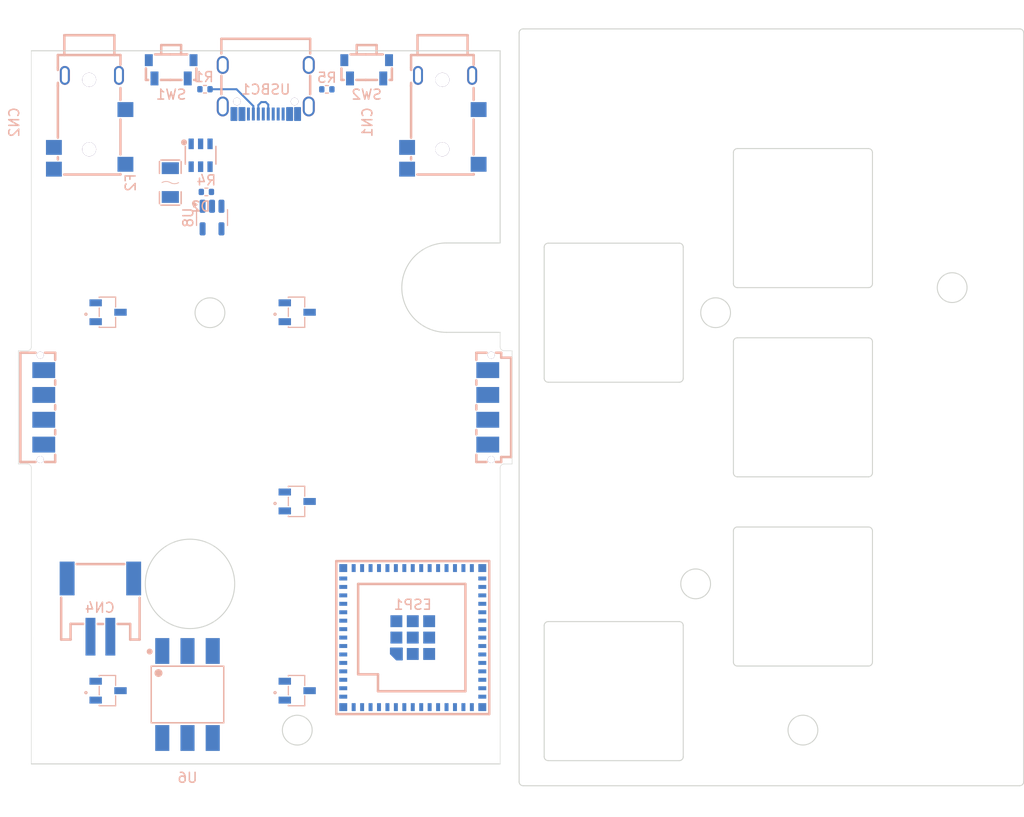
<source format=kicad_pcb>
(kicad_pcb (version 20241229) (generator "pcbnew") (generator_version "9.0")
  (layers (0 "F.Cu" signal "Front") (4 "In1.Cu" power) (6 "In2.Cu" power) (2 "B.Cu" signal "Back") (13 "F.Paste" user) (15 "B.Paste" user) (5 "F.SilkS" user) (7 "B.SilkS" user) (1 "F.Mask" user) (3 "B.Mask" user) (25 "Edge.Cuts" user))
  (net 0 "")
  (net 74 "GND")
  (net 75 "SCL1")
  (net 76 "SDA1")
  (net 77 "DN_PRE")
  (net 78 "DN")
  (net 79 "DP_PRE")
  (net 80 "DP")
  (net 81 "USB_VBUS")
  (net 82 "+3.3V")
  (net 83 "+5V")
  (net 84 "Net-(USBC1-CC1)")
  (net 85 "Net-(USBC1-CC2)")
  (net 86 "SCL0")
  (net 87 "SDA0")
  (net 88 "VBUS")
  (net 89 "VBAT")
  (net 90 "Net-(U8-EN)")
  (footprint "easyeda2kicad:SW-SMD_L4.7-W3.5-P3.35-EH" (layer "B.Cu") (at 86.36 29.464 180)
    (property "Reference" "SW2" (at 0 -2.54 0) (layer "B.SilkS") (effects (justify mirror)))
    (property "Value" "TS24CA 250GF 013")
    (fp_line (start 2.54 -1.07) (end 2.54 0.09) (stroke (width 0.25)) (layer "B.SilkS"))
    (fp_line (start 2.31 -1.07) (end 2.54 -1.07) (stroke (width 0.25)) (layer "B.SilkS"))
    (fp_line (start 1 2.44) (end 1 1.52) (stroke (width 0.25)) (layer "B.SilkS"))
    (fp_line (start 0.09 1.5) (end 1.62 1.5) (stroke (width 0.25)) (layer "B.SilkS"))
    (fp_line (start 0.09 1.5) (end -1.62 1.5) (stroke (width 0.25)) (layer "B.SilkS"))
    (fp_line (start 0.09 -1.07) (end 1.04 -1.07) (stroke (width 0.25)) (layer "B.SilkS"))
    (fp_line (start 0.09 -1.07) (end -1.04 -1.07) (stroke (width 0.25)) (layer "B.SilkS"))
    (fp_line (start -1 2.44) (end 1 2.44) (stroke (width 0.25)) (layer "B.SilkS"))
    (fp_line (start -1 2.44) (end -1 1.5) (stroke (width 0.25)) (layer "B.SilkS"))
    (fp_line (start -2.31 -1.07) (end -2.54 -1.07) (stroke (width 0.25)) (layer "B.SilkS"))
    (fp_line (start -2.54 -1.07) (end -2.54 0.09) (stroke (width 0.25)) (layer "B.SilkS"))
    (pad "" np_thru_hole circle (at -0.85 0.28 180) (size 0.7 0.7) (drill 0.7) (layers "F&B.Cu" "*.Mask"))
    (pad "" np_thru_hole circle (at 0.85 0.28 180) (size 0.7 0.7) (drill 0.7) (layers "F&B.Cu" "*.Mask"))
    (pad "1" smd rect (at -1.67 -0.92 180) (size 0.8 1.4) (layers "B.Cu" "B.Mask" "B.Paste"))
    (pad "2" smd rect (at 1.68 -0.92 180) (size 0.8 1.4) (layers "B.Cu" "B.Mask" "B.Paste"))
    (pad "3" smd rect (at -2.25 0.92 180) (size 0.8 1.2) (layers "B.Cu" "B.Mask" "B.Paste"))
    (pad "4" smd rect (at 2.25 0.92 180) (size 0.8 1.2) (layers "B.Cu" "B.Mask" "B.Paste"))
  )
  (footprint "Package_TO_SOT_SMD:SOT-23-5" (layer "B.Cu") (at 70.79 44.39 -90)
    (property "Reference" "U8" (at 0 2.4 90) (layer "B.SilkS") (effects (justify mirror)))
    (property "Value" "AP2112K-3.3")
    (fp_line (start 0 1.56) (end -0.8 1.56) (stroke (width 0.12)) (layer "B.SilkS"))
    (fp_line (start 0 1.56) (end 0.8 1.56) (stroke (width 0.12)) (layer "B.SilkS"))
    (fp_line (start 0 -1.56) (end -0.8 -1.56) (stroke (width 0.12)) (layer "B.SilkS"))
    (fp_line (start 0 -1.56) (end 0.8 -1.56) (stroke (width 0.12)) (layer "B.SilkS"))
    (fp_poly (pts (xy -1.3 1.51) (xy -1.54 1.84) (xy -1.06 1.84)) (stroke (width 0.12)) (fill yes) (layer "B.SilkS"))
    (pad "1" smd roundrect (at -1.1375 0.95 270) (size 1.325 0.6) (layers "B.Cu" "B.Mask" "B.Paste") (net 88 "VBUS"))
    (pad "2" smd roundrect (at -1.1375 0 270) (size 1.325 0.6) (layers "B.Cu" "B.Mask" "B.Paste") (net 74 "GND"))
    (pad "3" smd roundrect (at -1.1375 -0.95 270) (size 1.325 0.6) (layers "B.Cu" "B.Mask" "B.Paste") (net 90 "Net-(U8-EN)"))
    (pad "4" smd roundrect (at 1.1375 -0.95 270) (size 1.325 0.6) (layers "B.Cu" "B.Mask" "B.Paste"))
    (pad "5" smd roundrect (at 1.1375 0.95 270) (size 1.325 0.6) (layers "B.Cu" "B.Mask" "B.Paste") (net 82 "+3.3V"))
  )
  (footprint "easyeda2kicad:SMD-6_L7.3-W6.5-P2.54-LS10.2-BL" (layer "B.Cu") (at 68.32 92.41)
    (property "Reference" "U6" (at 0 8.38 0) (layer "B.SilkS") (effects (justify mirror)))
    (property "Value" "H11L1S(TA)")
    (fp_line (start -3.65 -2.85) (end -3.65 2.85) (stroke (width 0.15)) (layer "B.SilkS"))
    (fp_line (start -3.65 2.85) (end 3.65 2.85) (stroke (width 0.15)) (layer "B.SilkS"))
    (fp_line (start 3.65 -2.85) (end -3.65 -2.85) (stroke (width 0.15)) (layer "B.SilkS"))
    (fp_line (start 3.65 2.85) (end 3.65 -2.85) (stroke (width 0.15)) (layer "B.SilkS"))
    (fp_circle (center -3.81 -4.32) (end -3.66 -4.32) (stroke (width 0.3)) (fill no) (layer "B.SilkS"))
    (fp_circle (center -2.92 -2.16) (end -2.72 -2.16) (stroke (width 0.4)) (fill no) (layer "B.SilkS"))
    (pad "1" smd rect (at -2.54 -4.38) (size 1.42 2.6) (layers "B.Cu" "B.Mask" "B.Paste"))
    (pad "2" smd rect (at 0 -4.38) (size 1.42 2.6) (layers "B.Cu" "B.Mask" "B.Paste"))
    (pad "3" smd rect (at 2.54 -4.38) (size 1.42 2.6) (layers "B.Cu" "B.Mask" "B.Paste"))
    (pad "4" smd rect (at 2.54 4.38) (size 1.42 2.6) (layers "B.Cu" "B.Mask" "B.Paste"))
    (pad "5" smd rect (at 0 4.38) (size 1.42 2.6) (layers "B.Cu" "B.Mask" "B.Paste"))
    (pad "6" smd rect (at -2.54 4.38) (size 1.42 2.6) (layers "B.Cu" "B.Mask" "B.Paste"))
  )
  (footprint "samparts:SLSS49E_Hall_Switch_MX" (layer "B.Cu") (at 79.374095 92.075 180)
    (property "Reference" "U5" (hide yes))
    (property "Value" "SLSS49E-3")
    (fp_line (start 0.9 1.58) (end 0.9 1.52) (stroke (width 0.12)) (layer "B.SilkS"))
    (fp_line (start 0.9 0.49) (end 0.9 -0.38) (stroke (width 0.12)) (layer "B.SilkS"))
    (fp_line (start 0.9 -1.41) (end 0.9 -1.47) (stroke (width 0.12)) (layer "B.SilkS"))
    (fp_line (start 0.9 -1.47) (end -0.75 -1.47) (stroke (width 0.12)) (layer "B.SilkS"))
    (fp_line (start -0.75 1.58) (end 0.9 1.58) (stroke (width 0.12)) (layer "B.SilkS"))
    (fp_line (start -0.75 0.57) (end -0.75 1.58) (stroke (width 0.12)) (layer "B.SilkS"))
    (fp_line (start -0.75 -1.47) (end -0.75 -0.46) (stroke (width 0.12)) (layer "B.SilkS"))
    (fp_circle (center 2.24 -0.15) (end 2.29 -0.15) (stroke (width 0.12)) (fill no) (layer "B.SilkS"))
    (pad "1" smd rect (at 1.26 -0.9 270) (size 0.7 1.25) (layers "B.Cu" "B.Mask" "B.Paste"))
    (pad "2" smd rect (at -1.24 0.05 270) (size 0.7 1.25) (layers "B.Cu" "B.Mask" "B.Paste"))
    (pad "3" smd rect (at 1.26 1 270) (size 0.7 1.25) (layers "B.Cu" "B.Mask" "B.Paste"))
  )
  (footprint "easyeda2kicad:AUDIO-SMD_PJ-332A-6A" (layer "B.Cu") (at 94.03 34.798 -90)
    (property "Reference" "CN1" (at 0 7.6 90) (layer "B.SilkS") (effects (justify mirror)))
    (property "Value" "PJ-332A-6A")
    (fp_line (start -6.77 3.2) (end -5.51 3.2) (stroke (width 0.25)) (layer "B.SilkS"))
    (fp_line (start -6.77 3.2) (end -6.77 -3.1) (stroke (width 0.25)) (layer "B.SilkS"))
    (fp_line (start -5.51 3.2) (end -5.27 3.2) (stroke (width 0.25)) (layer "B.SilkS"))
    (fp_line (start -3.97 3.2) (end -3.62 3.2) (stroke (width 0.25)) (layer "B.SilkS"))
    (fp_line (start -3.73 3.2) (end 1.55 3.2) (stroke (width 0.25)) (layer "B.SilkS"))
    (fp_line (start 3.51 3.2) (end 3.75 3.2) (stroke (width 0.25)) (layer "B.SilkS"))
    (fp_line (start -8.77 2.55) (end -8.77 -2.49) (stroke (width 0.25)) (layer "B.SilkS"))
    (fp_line (start -6.77 2.55) (end -8.77 2.55) (stroke (width 0.25)) (layer "B.SilkS"))
    (fp_line (start -8.77 -2.49) (end -6.77 -2.49) (stroke (width 0.25)) (layer "B.SilkS"))
    (fp_line (start -6.77 -3.1) (end -5.79 -3.1) (stroke (width 0.25)) (layer "B.SilkS"))
    (fp_line (start -3.45 -3.1) (end -2.25 -3.1) (stroke (width 0.25)) (layer "B.SilkS"))
    (fp_line (start -0.29 -3.1) (end 3.25 -3.1) (stroke (width 0.25)) (layer "B.SilkS"))
    (fp_line (start 5.21 -3.1) (end 5.26 -3.1) (stroke (width 0.25)) (layer "B.SilkS"))
    (fp_line (start 5.26 -3.1) (end 5.26 2.57) (stroke (width 0.25)) (layer "B.SilkS"))
    (pad "" thru_hole circle (at -4.28 0.05 270) (size 1.4 1.4) (drill 1.4) (layers "F&B.Cu" "*.Mask"))
    (pad "" thru_hole circle (at 2.72 0.05 270) (size 1.4 1.4) (drill 1.4) (layers "F&B.Cu" "*.Mask"))
    (pad "1" thru_hole oval (at -4.72 -2.95 180) (size 1 1.9) (drill oval 0.599999 1.500022) (layers "F&B.Cu" "*.Mask"))
    (pad "2" thru_hole oval (at -4.72 2.5 180) (size 1 1.9) (drill oval 0.599999 1.500022) (layers "F&B.Cu" "*.Mask"))
    (pad "3" smd rect (at -1.28 -3.6 270) (size 1.5 1.6) (layers "B.Cu" "B.Mask" "B.Paste"))
    (pad "4" smd rect (at 2.53 3.6 270) (size 1.5 1.6) (layers "B.Cu" "B.Mask" "B.Paste"))
    (pad "5" smd rect (at 4.23 -3.6 270) (size 1.5 1.6) (layers "B.Cu" "B.Mask" "B.Paste"))
    (pad "6" smd rect (at 4.72 3.6 270) (size 1.5 1.6) (layers "B.Cu" "B.Mask" "B.Paste"))
  )
  (footprint "easyeda2kicad:AUDIO-SMD_PJ-332A-6A" (layer "B.Cu") (at 58.47 34.798 -90)
    (property "Reference" "CN2" (at 0 7.6 90) (layer "B.SilkS") (effects (justify mirror)))
    (property "Value" "PJ-332A-6A")
    (fp_line (start -6.77 3.2) (end -5.51 3.2) (stroke (width 0.25)) (layer "B.SilkS"))
    (fp_line (start -6.77 3.2) (end -6.77 -3.1) (stroke (width 0.25)) (layer "B.SilkS"))
    (fp_line (start -5.51 3.2) (end -5.27 3.2) (stroke (width 0.25)) (layer "B.SilkS"))
    (fp_line (start -3.97 3.2) (end -3.62 3.2) (stroke (width 0.25)) (layer "B.SilkS"))
    (fp_line (start -3.73 3.2) (end 1.55 3.2) (stroke (width 0.25)) (layer "B.SilkS"))
    (fp_line (start 3.51 3.2) (end 3.75 3.2) (stroke (width 0.25)) (layer "B.SilkS"))
    (fp_line (start -8.77 2.55) (end -8.77 -2.49) (stroke (width 0.25)) (layer "B.SilkS"))
    (fp_line (start -6.77 2.55) (end -8.77 2.55) (stroke (width 0.25)) (layer "B.SilkS"))
    (fp_line (start -8.77 -2.49) (end -6.77 -2.49) (stroke (width 0.25)) (layer "B.SilkS"))
    (fp_line (start -6.77 -3.1) (end -5.79 -3.1) (stroke (width 0.25)) (layer "B.SilkS"))
    (fp_line (start -3.45 -3.1) (end -2.25 -3.1) (stroke (width 0.25)) (layer "B.SilkS"))
    (fp_line (start -0.29 -3.1) (end 3.25 -3.1) (stroke (width 0.25)) (layer "B.SilkS"))
    (fp_line (start 5.21 -3.1) (end 5.26 -3.1) (stroke (width 0.25)) (layer "B.SilkS"))
    (fp_line (start 5.26 -3.1) (end 5.26 2.57) (stroke (width 0.25)) (layer "B.SilkS"))
    (pad "" thru_hole circle (at -4.28 0.05 270) (size 1.4 1.4) (drill 1.4) (layers "F&B.Cu" "*.Mask"))
    (pad "" thru_hole circle (at 2.72 0.05 270) (size 1.4 1.4) (drill 1.4) (layers "F&B.Cu" "*.Mask"))
    (pad "1" thru_hole oval (at -4.72 -2.95 180) (size 1 1.9) (drill oval 0.599999 1.500022) (layers "F&B.Cu" "*.Mask"))
    (pad "2" thru_hole oval (at -4.72 2.5 180) (size 1 1.9) (drill oval 0.599999 1.500022) (layers "F&B.Cu" "*.Mask"))
    (pad "3" smd rect (at -1.28 -3.6 270) (size 1.5 1.6) (layers "B.Cu" "B.Mask" "B.Paste"))
    (pad "4" smd rect (at 2.53 3.6 270) (size 1.5 1.6) (layers "B.Cu" "B.Mask" "B.Paste"))
    (pad "5" smd rect (at 4.23 -3.6 270) (size 1.5 1.6) (layers "B.Cu" "B.Mask" "B.Paste"))
    (pad "6" smd rect (at 4.72 3.6 270) (size 1.5 1.6) (layers "B.Cu" "B.Mask" "B.Paste"))
  )
  (footprint "easyeda2kicad:SOT-23-6_L2.9-W1.6-P0.95-LS2.8-BL" (layer "B.Cu") (at 69.64 38.12)
    (property "Reference" "D2" (at 0 5.15 180) (layer "B.SilkS") (effects (justify mirror)))
    (property "Value" "USBLC6-2SC6")
    (fp_line (start -1.54 -0.89) (end -1.54 0.89) (stroke (width 0.15)) (layer "B.SilkS"))
    (fp_line (start 1.54 -0.89) (end 1.54 0.89) (stroke (width 0.15)) (layer "B.SilkS"))
    (fp_circle (center -1.67 -1.3) (end -1.52 -1.3) (stroke (width 0.3)) (fill no) (layer "B.SilkS"))
    (pad "1" smd rect (at -0.95 -1.15) (size 0.53 1.07) (layers "B.Cu" "B.Mask" "B.Paste") (net 77 "DN_PRE"))
    (pad "2" smd rect (at 0 -1.15) (size 0.53 1.07) (layers "B.Cu" "B.Mask" "B.Paste") (net 74 "GND"))
    (pad "3" smd rect (at 0.95 -1.15) (size 0.53 1.07) (layers "B.Cu" "B.Mask" "B.Paste") (net 79 "DP_PRE"))
    (pad "4" smd rect (at 0.95 1.15) (size 0.53 1.07) (layers "B.Cu" "B.Mask" "B.Paste") (net 80 "DP"))
    (pad "5" smd rect (at 0 1.15) (size 0.53 1.07) (layers "B.Cu" "B.Mask" "B.Paste") (net 81 "USB_VBUS"))
    (pad "6" smd rect (at -0.95 1.15) (size 0.53 1.07) (layers "B.Cu" "B.Mask" "B.Paste") (net 78 "DN"))
  )
  (footprint "samparts:SLSS49E_Hall_Switch_MX" (layer "B.Cu") (at 60.334095 92.075 180)
    (property "Reference" "U2" (hide yes))
    (property "Value" "SLSS49E-3")
    (fp_line (start 0.9 1.58) (end 0.9 1.52) (stroke (width 0.12)) (layer "B.SilkS"))
    (fp_line (start 0.9 0.49) (end 0.9 -0.38) (stroke (width 0.12)) (layer "B.SilkS"))
    (fp_line (start 0.9 -1.41) (end 0.9 -1.47) (stroke (width 0.12)) (layer "B.SilkS"))
    (fp_line (start 0.9 -1.47) (end -0.75 -1.47) (stroke (width 0.12)) (layer "B.SilkS"))
    (fp_line (start -0.75 1.58) (end 0.9 1.58) (stroke (width 0.12)) (layer "B.SilkS"))
    (fp_line (start -0.75 0.57) (end -0.75 1.58) (stroke (width 0.12)) (layer "B.SilkS"))
    (fp_line (start -0.75 -1.47) (end -0.75 -0.46) (stroke (width 0.12)) (layer "B.SilkS"))
    (fp_circle (center 2.24 -0.15) (end 2.29 -0.15) (stroke (width 0.12)) (fill no) (layer "B.SilkS"))
    (pad "1" smd rect (at 1.26 -0.9 270) (size 0.7 1.25) (layers "B.Cu" "B.Mask" "B.Paste"))
    (pad "2" smd rect (at -1.24 0.05 270) (size 0.7 1.25) (layers "B.Cu" "B.Mask" "B.Paste"))
    (pad "3" smd rect (at 1.26 1 270) (size 0.7 1.25) (layers "B.Cu" "B.Mask" "B.Paste"))
  )
  (footprint "samparts:SLSS49E_Hall_Switch_MX" (layer "B.Cu") (at 60.334095 53.975 180)
    (property "Reference" "U1" (hide yes))
    (property "Value" "SLSS49E-3")
    (fp_line (start 0.9 1.58) (end 0.9 1.52) (stroke (width 0.12)) (layer "B.SilkS"))
    (fp_line (start 0.9 0.49) (end 0.9 -0.38) (stroke (width 0.12)) (layer "B.SilkS"))
    (fp_line (start 0.9 -1.41) (end 0.9 -1.47) (stroke (width 0.12)) (layer "B.SilkS"))
    (fp_line (start 0.9 -1.47) (end -0.75 -1.47) (stroke (width 0.12)) (layer "B.SilkS"))
    (fp_line (start -0.75 1.58) (end 0.9 1.58) (stroke (width 0.12)) (layer "B.SilkS"))
    (fp_line (start -0.75 0.57) (end -0.75 1.58) (stroke (width 0.12)) (layer "B.SilkS"))
    (fp_line (start -0.75 -1.47) (end -0.75 -0.46) (stroke (width 0.12)) (layer "B.SilkS"))
    (fp_circle (center 2.24 -0.15) (end 2.29 -0.15) (stroke (width 0.12)) (fill no) (layer "B.SilkS"))
    (pad "1" smd rect (at 1.26 -0.9 270) (size 0.7 1.25) (layers "B.Cu" "B.Mask" "B.Paste"))
    (pad "2" smd rect (at -1.24 0.05 270) (size 0.7 1.25) (layers "B.Cu" "B.Mask" "B.Paste"))
    (pad "3" smd rect (at 1.26 1 270) (size 0.7 1.25) (layers "B.Cu" "B.Mask" "B.Paste"))
  )
  (footprint "easyeda2kicad:F1206" (layer "B.Cu") (at 66.59 40.87 -90)
    (property "Reference" "F2" (at 0 4 90) (layer "B.SilkS") (effects (justify mirror)))
    (property "Value" "BSMD1206-200-6V")
    (fp_line (start -0.93 1.09) (end -2.12 1.09) (stroke (width 0.15)) (layer "B.SilkS"))
    (fp_line (start 0.93 1.09) (end 2.12 1.09) (stroke (width 0.15)) (layer "B.SilkS"))
    (fp_line (start -2.27 0.94) (end -2.27 -0.94) (stroke (width 0.15)) (layer "B.SilkS"))
    (fp_line (start 2.27 0.94) (end 2.27 -0.94) (stroke (width 0.15)) (layer "B.SilkS"))
    (fp_line (start -2.12 -1.09) (end -0.93 -1.09) (stroke (width 0.15)) (layer "B.SilkS"))
    (fp_line (start 2.12 -1.09) (end 0.93 -1.09) (stroke (width 0.15)) (layer "B.SilkS"))
    (fp_arc (start 0 0.84) (mid -0.112199 0.418731) (end 0.001269 -0.002199) (stroke (width 0.08)) (layer "B.SilkS"))
    (fp_arc (start 0 -0.84) (mid 0.112199 -0.418731) (end -0.001269 0.002199) (stroke (width 0.08)) (layer "B.SilkS"))
    (pad "1" smd rect (at -1.45 0 270) (size 1.19 1.73) (layers "B.Cu" "B.Mask" "B.Paste") (net 81 "USB_VBUS"))
    (pad "2" smd rect (at 1.45 0 270) (size 1.19 1.73) (layers "B.Cu" "B.Mask" "B.Paste") (net 83 "+5V"))
  )
  (footprint "Resistor_SMD:R_0402_1005Metric" (layer "B.Cu") (at 70.22 41.81 180)
    (property "Reference" "R4" (at 0 1.17 0) (layer "B.SilkS") (effects (justify mirror)))
    (property "Value" "10K")
    (fp_line (start -0.153641 0.38) (end 0.153641 0.38) (stroke (width 0.12)) (layer "B.SilkS"))
    (fp_line (start -0.153641 -0.38) (end 0.153641 -0.38) (stroke (width 0.12)) (layer "B.SilkS"))
    (pad "1" smd roundrect (at -0.51 0 180) (size 0.54 0.64) (layers "B.Cu" "B.Mask" "B.Paste") (net 90 "Net-(U8-EN)"))
    (pad "2" smd roundrect (at 0.51 0 180) (size 0.54 0.64) (layers "B.Cu" "B.Mask" "B.Paste") (net 88 "VBUS"))
  )
  (footprint "easyeda2kicad:CONN-SMD_YZ199315035T-04025-01" (layer "B.Cu") (at 98.552 63.5 90)
    (property "Reference" "CN3" (hide yes))
    (property "Value" "Pogo Pin Receptor Right" (hide yes))
    (fp_line (start 5.5 -1.15) (end 4.78 -1.15) (stroke (width 0.25)) (layer "B.SilkS"))
    (fp_line (start 5.5 -1.15) (end 5.5 -0.13) (stroke (width 0.25)) (layer "B.SilkS"))
    (fp_line (start 2.72 -1.15) (end 2.28 -1.15) (stroke (width 0.25)) (layer "B.SilkS"))
    (fp_line (start 0.22 -1.15) (end -0.22 -1.15) (stroke (width 0.25)) (layer "B.SilkS"))
    (fp_line (start -2.28 -1.15) (end -2.72 -1.15) (stroke (width 0.25)) (layer "B.SilkS"))
    (fp_line (start -4.78 -1.15) (end -5.5 -1.15) (stroke (width 0.25)) (layer "B.SilkS"))
    (fp_line (start -5.5 -1.15) (end -5.5 -0.13) (stroke (width 0.25)) (layer "B.SilkS"))
    (fp_line (start -5.5 0.83) (end -5.5 1.35) (stroke (width 0.25)) (layer "B.SilkS"))
    (fp_line (start 5.5 1.35) (end 5.5 0.83) (stroke (width 0.25)) (layer "B.SilkS"))
    (fp_line (start 5 1.35) (end 5.5 1.35) (stroke (width 0.25)) (layer "B.SilkS"))
    (fp_line (start -5 1.35) (end -5 2.35) (stroke (width 0.25)) (layer "B.SilkS"))
    (fp_line (start -5.5 1.35) (end -5 1.35) (stroke (width 0.25)) (layer "B.SilkS"))
    (fp_line (start 5 2.35) (end 5 1.35) (stroke (width 0.25)) (layer "B.SilkS"))
    (fp_line (start -5 2.35) (end 5 2.35) (stroke (width 0.25)) (layer "B.SilkS"))
    (pad "" thru_hole circle (at -5.25 0.35 90) (size 0.7 0.7) (drill 0.7) (layers "F&B.Cu" "*.Mask"))
    (pad "" thru_hole circle (at 5.25 0.35 90) (size 0.7 0.7) (drill 0.7) (layers "F&B.Cu" "*.Mask"))
    (pad "1" smd rect (at -3.75 0 90) (size 1.6 2.3) (layers "B.Cu" "B.Mask" "B.Paste") (net 75 "SCL1"))
    (pad "2" smd rect (at -1.25 0 90) (size 1.6 2.3) (layers "B.Cu" "B.Mask" "B.Paste") (net 76 "SDA1"))
    (pad "3" smd rect (at 1.25 0 90) (size 1.6 2.3) (layers "B.Cu" "B.Mask" "B.Paste") (net 88 "VBUS"))
    (pad "4" smd rect (at 3.75 0 90) (size 1.6 2.3) (layers "B.Cu" "B.Mask" "B.Paste") (net 74 "GND"))
  )
  (footprint "Resistor_SMD:R_0402_1005Metric" (layer "B.Cu") (at 70.08 31.47)
    (property "Reference" "R1" (at -0.1 -1.23 180) (layer "B.SilkS") (effects (justify mirror)))
    (property "Value" "5.1k")
    (fp_line (start -0.153641 -0.38) (end 0.153641 -0.38) (stroke (width 0.12)) (layer "B.SilkS"))
    (fp_line (start -0.153641 0.38) (end 0.153641 0.38) (stroke (width 0.12)) (layer "B.SilkS"))
    (pad "1" smd roundrect (at -0.51 0) (size 0.54 0.64) (layers "B.Cu" "B.Mask" "B.Paste") (net 74 "GND"))
    (pad "2" smd roundrect (at 0.51 0) (size 0.54 0.64) (layers "B.Cu" "B.Mask" "B.Paste") (net 84 "Net-(USBC1-CC1)"))
  )
  (footprint "samparts:SLSS49E_Hall_Switch_MX" (layer "B.Cu") (at 79.374095 73.025 180)
    (property "Reference" "U4" (hide yes))
    (property "Value" "SLSS49E-3")
    (fp_line (start 0.9 1.58) (end 0.9 1.52) (stroke (width 0.12)) (layer "B.SilkS"))
    (fp_line (start 0.9 0.49) (end 0.9 -0.38) (stroke (width 0.12)) (layer "B.SilkS"))
    (fp_line (start 0.9 -1.41) (end 0.9 -1.47) (stroke (width 0.12)) (layer "B.SilkS"))
    (fp_line (start 0.9 -1.47) (end -0.75 -1.47) (stroke (width 0.12)) (layer "B.SilkS"))
    (fp_line (start -0.75 1.58) (end 0.9 1.58) (stroke (width 0.12)) (layer "B.SilkS"))
    (fp_line (start -0.75 0.57) (end -0.75 1.58) (stroke (width 0.12)) (layer "B.SilkS"))
    (fp_line (start -0.75 -1.47) (end -0.75 -0.46) (stroke (width 0.12)) (layer "B.SilkS"))
    (fp_circle (center 2.24 -0.15) (end 2.29 -0.15) (stroke (width 0.12)) (fill no) (layer "B.SilkS"))
    (pad "1" smd rect (at 1.26 -0.9 270) (size 0.7 1.25) (layers "B.Cu" "B.Mask" "B.Paste"))
    (pad "2" smd rect (at -1.24 0.05 270) (size 0.7 1.25) (layers "B.Cu" "B.Mask" "B.Paste"))
    (pad "3" smd rect (at 1.26 1 270) (size 0.7 1.25) (layers "B.Cu" "B.Mask" "B.Paste"))
  )
  (footprint "easyeda2kicad:CONN-SMD_P2.00_S2B-PH-SM4-TB-LF-SN" (layer "B.Cu") (at 59.55 83.66)
    (property "Reference" "CN4" (at -0.056412 0.01 0) (layer "B.SilkS") (effects (justify mirror)))
    (property "Value" "Battery connector JST-PH")
    (fp_line (start -3.95 3.22) (end -3.95 -1) (stroke (width 0.25)) (layer "B.SilkS"))
    (fp_line (start -3 1.64) (end -3 3.22) (stroke (width 0.25)) (layer "B.SilkS"))
    (fp_line (start -3 3.22) (end -3.95 3.22) (stroke (width 0.25)) (layer "B.SilkS"))
    (fp_line (start -1.73 1.64) (end -3 1.64) (stroke (width 0.25)) (layer "B.SilkS"))
    (fp_line (start 0.27 1.65) (end -0.27 1.65) (stroke (width 0.25)) (layer "B.SilkS"))
    (fp_line (start 2.4 -4.38) (end -2.4 -4.38) (stroke (width 0.25)) (layer "B.SilkS"))
    (fp_line (start 3 1.65) (end 1.73 1.65) (stroke (width 0.25)) (layer "B.SilkS"))
    (fp_line (start 3 3.22) (end 3 1.65) (stroke (width 0.25)) (layer "B.SilkS"))
    (fp_line (start 3.95 3.22) (end 3 3.22) (stroke (width 0.25)) (layer "B.SilkS"))
    (fp_line (start 3.95 3.22) (end 3.95 -1) (stroke (width 0.25)) (layer "B.SilkS"))
    (pad "1" smd rect (at -1 2.93) (size 1 3.8) (layers "B.Cu" "B.Mask" "B.Paste") (net 89 "VBAT"))
    (pad "2" smd rect (at 1 2.93) (size 1 3.8) (layers "B.Cu" "B.Mask" "B.Paste") (net 74 "GND"))
    (pad "3" smd rect (at 3.35 -2.93) (size 1.5 3.4) (layers "B.Cu" "B.Mask" "B.Paste") (net 74 "GND"))
    (pad "4" smd rect (at -3.35 -2.93) (size 1.5 3.4) (layers "B.Cu" "B.Mask" "B.Paste") (net 74 "GND"))
  )
  (footprint "easyeda2kicad:BULETM-SMD_ESPRESSIF_ESP32-S3-MINI-1U-N8" (layer "B.Cu") (at 91 86.68)
    (property "Reference" "ESP1" (at 0 -3.313 0) (layer "B.SilkS") (effects (justify mirror)))
    (property "Value" "ESP32-S3-MINI-1U-N4R2")
    (fp_line (start -7.7 -7.7) (end -7.7 7.7) (stroke (width 0.25)) (layer "B.SilkS"))
    (fp_line (start -7.7 7.7) (end 7.7 7.7) (stroke (width 0.25)) (layer "B.SilkS"))
    (fp_line (start -5.5 -5.4) (end -5.5 3.5) (stroke (width 0.25)) (layer "B.SilkS"))
    (fp_line (start -5.5 3.5) (end -5.5 3.7) (stroke (width 0.25)) (layer "B.SilkS"))
    (fp_line (start -5.5 3.7) (end -3.5 3.7) (stroke (width 0.25)) (layer "B.SilkS"))
    (fp_line (start -3.5 3.7) (end -3.5 5.4) (stroke (width 0.25)) (layer "B.SilkS"))
    (fp_line (start -3.5 5.4) (end 5.3 5.4) (stroke (width 0.25)) (layer "B.SilkS"))
    (fp_line (start 5.3 -5.4) (end -5.5 -5.4) (stroke (width 0.25)) (layer "B.SilkS"))
    (fp_line (start 5.3 5.4) (end 5.3 -5.4) (stroke (width 0.25)) (layer "B.SilkS"))
    (fp_line (start 7.7 -7.7) (end -7.7 -7.7) (stroke (width 0.25)) (layer "B.SilkS"))
    (fp_line (start 7.7 7.7) (end 7.7 -7.7) (stroke (width 0.25)) (layer "B.SilkS"))
    (pad "1" smd rect (at -7 5.95 270) (size 0.4 0.8) (layers "B.Cu" "B.Mask" "B.Paste") (net 74 "GND"))
    (pad "2" smd rect (at -7 5.1 270) (size 0.4 0.8) (layers "B.Cu" "B.Mask" "B.Paste") (net 74 "GND"))
    (pad "3" smd rect (at -7 4.25 270) (size 0.4 0.8) (layers "B.Cu" "B.Mask" "B.Paste") (net 82 "+3.3V"))
    (pad "4" smd rect (at -7 3.4 270) (size 0.4 0.8) (layers "B.Cu" "B.Mask" "B.Paste"))
    (pad "5" smd rect (at -7 2.55 270) (size 0.4 0.8) (layers "B.Cu" "B.Mask" "B.Paste"))
    (pad "6" smd rect (at -7 1.7 270) (size 0.4 0.8) (layers "B.Cu" "B.Mask" "B.Paste"))
    (pad "7" smd rect (at -7 0.85 270) (size 0.4 0.8) (layers "B.Cu" "B.Mask" "B.Paste"))
    (pad "8" smd rect (at -7 0 270) (size 0.4 0.8) (layers "B.Cu" "B.Mask" "B.Paste"))
    (pad "9" smd rect (at -7 -0.85 270) (size 0.4 0.8) (layers "B.Cu" "B.Mask" "B.Paste"))
    (pad "10" smd rect (at -7 -1.7 270) (size 0.4 0.8) (layers "B.Cu" "B.Mask" "B.Paste"))
    (pad "11" smd rect (at -7 -2.55 270) (size 0.4 0.8) (layers "B.Cu" "B.Mask" "B.Paste"))
    (pad "12" smd rect (at -7 -3.4 270) (size 0.4 0.8) (layers "B.Cu" "B.Mask" "B.Paste"))
    (pad "13" smd rect (at -7 -4.25 270) (size 0.4 0.8) (layers "B.Cu" "B.Mask" "B.Paste"))
    (pad "14" smd rect (at -7 -5.1 270) (size 0.4 0.8) (layers "B.Cu" "B.Mask" "B.Paste"))
    (pad "15" smd rect (at -7 -5.95 270) (size 0.4 0.8) (layers "B.Cu" "B.Mask" "B.Paste"))
    (pad "16" smd rect (at -5.95 -7 180) (size 0.4 0.8) (layers "B.Cu" "B.Mask" "B.Paste"))
    (pad "17" smd rect (at -5.1 -7 180) (size 0.4 0.8) (layers "B.Cu" "B.Mask" "B.Paste"))
    (pad "18" smd rect (at -4.25 -7 180) (size 0.4 0.8) (layers "B.Cu" "B.Mask" "B.Paste"))
    (pad "19" smd rect (at -3.4 -7 180) (size 0.4 0.8) (layers "B.Cu" "B.Mask" "B.Paste"))
    (pad "20" smd rect (at -2.55 -7 180) (size 0.4 0.8) (layers "B.Cu" "B.Mask" "B.Paste"))
    (pad "21" smd rect (at -1.7 -7 180) (size 0.4 0.8) (layers "B.Cu" "B.Mask" "B.Paste"))
    (pad "22" smd rect (at -0.85 -7 180) (size 0.4 0.8) (layers "B.Cu" "B.Mask" "B.Paste"))
    (pad "23" smd rect (at 0 -7 180) (size 0.4 0.8) (layers "B.Cu" "B.Mask" "B.Paste") (net 78 "DN"))
    (pad "24" smd rect (at 0.85 -7 180) (size 0.4 0.8) (layers "B.Cu" "B.Mask" "B.Paste") (net 80 "DP"))
    (pad "25" smd rect (at 1.7 -7 180) (size 0.4 0.8) (layers "B.Cu" "B.Mask" "B.Paste"))
    (pad "26" smd rect (at 2.55 -7 180) (size 0.4 0.8) (layers "B.Cu" "B.Mask" "B.Paste"))
    (pad "27" smd rect (at 3.4 -7 180) (size 0.4 0.8) (layers "B.Cu" "B.Mask" "B.Paste"))
    (pad "28" smd rect (at 4.25 -7 180) (size 0.4 0.8) (layers "B.Cu" "B.Mask" "B.Paste"))
    (pad "29" smd rect (at 5.1 -7 180) (size 0.4 0.8) (layers "B.Cu" "B.Mask" "B.Paste"))
    (pad "30" smd rect (at 5.95 -7 180) (size 0.4 0.8) (layers "B.Cu" "B.Mask" "B.Paste"))
    (pad "31" smd rect (at 7 -5.95 270) (size 0.4 0.8) (layers "B.Cu" "B.Mask" "B.Paste"))
    (pad "32" smd rect (at 7 -5.1 270) (size 0.4 0.8) (layers "B.Cu" "B.Mask" "B.Paste"))
    (pad "33" smd rect (at 7 -4.25 270) (size 0.4 0.8) (layers "B.Cu" "B.Mask" "B.Paste"))
    (pad "34" smd rect (at 7 -3.4 270) (size 0.4 0.8) (layers "B.Cu" "B.Mask" "B.Paste"))
    (pad "35" smd rect (at 7 -2.55 270) (size 0.4 0.8) (layers "B.Cu" "B.Mask" "B.Paste"))
    (pad "36" smd rect (at 7 -1.7 270) (size 0.4 0.8) (layers "B.Cu" "B.Mask" "B.Paste"))
    (pad "37" smd rect (at 7 -0.85 270) (size 0.4 0.8) (layers "B.Cu" "B.Mask" "B.Paste"))
    (pad "38" smd rect (at 7 0 270) (size 0.4 0.8) (layers "B.Cu" "B.Mask" "B.Paste"))
    (pad "39" smd rect (at 7 0.85 270) (size 0.4 0.8) (layers "B.Cu" "B.Mask" "B.Paste"))
    (pad "40" smd rect (at 7 1.7 270) (size 0.4 0.8) (layers "B.Cu" "B.Mask" "B.Paste"))
    (pad "41" smd rect (at 7 2.55 270) (size 0.4 0.8) (layers "B.Cu" "B.Mask" "B.Paste"))
    (pad "42" smd rect (at 7 3.4 270) (size 0.4 0.8) (layers "B.Cu" "B.Mask" "B.Paste") (net 74 "GND"))
    (pad "43" smd rect (at 7 4.25 270) (size 0.4 0.8) (layers "B.Cu" "B.Mask" "B.Paste") (net 74 "GND"))
    (pad "44" smd rect (at 7 5.1 270) (size 0.4 0.8) (layers "B.Cu" "B.Mask" "B.Paste"))
    (pad "45" smd rect (at 7 5.95 270) (size 0.4 0.8) (layers "B.Cu" "B.Mask" "B.Paste"))
    (pad "46" smd rect (at 5.95 7 180) (size 0.4 0.8) (layers "B.Cu" "B.Mask" "B.Paste") (net 74 "GND"))
    (pad "47" smd rect (at 5.1 7 180) (size 0.4 0.8) (layers "B.Cu" "B.Mask" "B.Paste") (net 74 "GND"))
    (pad "48" smd rect (at 4.25 7 180) (size 0.4 0.8) (layers "B.Cu" "B.Mask" "B.Paste") (net 74 "GND"))
    (pad "49" smd rect (at 3.4 7 180) (size 0.4 0.8) (layers "B.Cu" "B.Mask" "B.Paste") (net 74 "GND"))
    (pad "50" smd rect (at 2.55 7 180) (size 0.4 0.8) (layers "B.Cu" "B.Mask" "B.Paste") (net 74 "GND"))
    (pad "51" smd rect (at 1.7 7 180) (size 0.4 0.8) (layers "B.Cu" "B.Mask" "B.Paste") (net 74 "GND"))
    (pad "52" smd rect (at 0.85 7 180) (size 0.4 0.8) (layers "B.Cu" "B.Mask" "B.Paste") (net 74 "GND"))
    (pad "53" smd rect (at 0 7 180) (size 0.4 0.8) (layers "B.Cu" "B.Mask" "B.Paste") (net 74 "GND"))
    (pad "54" smd rect (at -0.85 7 180) (size 0.4 0.8) (layers "B.Cu" "B.Mask" "B.Paste") (net 74 "GND"))
    (pad "55" smd rect (at -1.7 7 180) (size 0.4 0.8) (layers "B.Cu" "B.Mask" "B.Paste") (net 74 "GND"))
    (pad "56" smd rect (at -2.55 7 180) (size 0.4 0.8) (layers "B.Cu" "B.Mask" "B.Paste") (net 74 "GND"))
    (pad "57" smd rect (at -3.4 7 180) (size 0.4 0.8) (layers "B.Cu" "B.Mask" "B.Paste") (net 74 "GND"))
    (pad "58" smd rect (at -4.25 7 180) (size 0.4 0.8) (layers "B.Cu" "B.Mask" "B.Paste") (net 74 "GND"))
    (pad "59" smd rect (at -5.1 7 180) (size 0.4 0.8) (layers "B.Cu" "B.Mask" "B.Paste") (net 74 "GND"))
    (pad "60" smd rect (at -5.95 7 180) (size 0.4 0.8) (layers "B.Cu" "B.Mask" "B.Paste") (net 74 "GND"))
    (pad "61" smd rect (at -1.65 -1.65) (size 1.2 1.2) (layers "B.Cu" "B.Mask" "B.Paste") (net 74 "GND"))
    (pad "61" smd rect (at -1.65 0) (size 1.2 1.2) (layers "B.Cu" "B.Mask" "B.Paste") (net 74 "GND"))
    (pad "61" smd custom (at -1.65 1.65) (size 0.01 0.01) (layers "B.Cu" "B.Mask" "B.Paste") (net 74 "GND") (options (clearance outline) (anchor circle)) (primitives (gr_poly (pts (xy 0.6 -0.6) (xy 0.6 0.6) (xy 0 0.6) (xy -0.6 0) (xy -0.6 -0.6) (xy 0.6 -0.6)) (width 0.1) (fill yes))))
    (pad "61" smd rect (at 0 -1.65) (size 1.2 1.2) (layers "B.Cu" "B.Mask" "B.Paste") (net 74 "GND"))
    (pad "61" smd rect (at 0 0) (size 1.2 1.2) (layers "B.Cu" "B.Mask" "B.Paste") (net 74 "GND"))
    (pad "61" smd rect (at 0 1.65) (size 1.2 1.2) (layers "B.Cu" "B.Mask" "B.Paste") (net 74 "GND"))
    (pad "61" smd rect (at 1.65 -1.65) (size 1.2 1.2) (layers "B.Cu" "B.Mask" "B.Paste") (net 74 "GND"))
    (pad "61" smd rect (at 1.65 0) (size 1.2 1.2) (layers "B.Cu" "B.Mask" "B.Paste") (net 74 "GND"))
    (pad "61" smd rect (at 1.65 1.65) (size 1.2 1.2) (layers "B.Cu" "B.Mask" "B.Paste") (net 74 "GND"))
    (pad "62" smd rect (at -7 7 270) (size 0.8 0.8) (layers "B.Cu" "B.Mask" "B.Paste") (net 74 "GND"))
    (pad "63" smd rect (at -7 -7 270) (size 0.8 0.8) (layers "B.Cu" "B.Mask" "B.Paste") (net 74 "GND"))
    (pad "64" smd rect (at 7 -7 270) (size 0.8 0.8) (layers "B.Cu" "B.Mask" "B.Paste") (net 74 "GND"))
    (pad "65" smd rect (at 7 7 270) (size 0.8 0.8) (layers "B.Cu" "B.Mask" "B.Paste") (net 74 "GND"))
  )
  (footprint "samparts:SLSS49E_Hall_Switch_MX" (layer "B.Cu") (at 79.374095 53.975 180)
    (property "Reference" "U3" (hide yes))
    (property "Value" "SLSS49E-3")
    (fp_line (start 0.9 1.58) (end 0.9 1.52) (stroke (width 0.12)) (layer "B.SilkS"))
    (fp_line (start 0.9 0.49) (end 0.9 -0.38) (stroke (width 0.12)) (layer "B.SilkS"))
    (fp_line (start 0.9 -1.41) (end 0.9 -1.47) (stroke (width 0.12)) (layer "B.SilkS"))
    (fp_line (start 0.9 -1.47) (end -0.75 -1.47) (stroke (width 0.12)) (layer "B.SilkS"))
    (fp_line (start -0.75 1.58) (end 0.9 1.58) (stroke (width 0.12)) (layer "B.SilkS"))
    (fp_line (start -0.75 0.57) (end -0.75 1.58) (stroke (width 0.12)) (layer "B.SilkS"))
    (fp_line (start -0.75 -1.47) (end -0.75 -0.46) (stroke (width 0.12)) (layer "B.SilkS"))
    (fp_circle (center 2.24 -0.15) (end 2.29 -0.15) (stroke (width 0.12)) (fill no) (layer "B.SilkS"))
    (pad "1" smd rect (at 1.26 -0.9 270) (size 0.7 1.25) (layers "B.Cu" "B.Mask" "B.Paste"))
    (pad "2" smd rect (at -1.24 0.05 270) (size 0.7 1.25) (layers "B.Cu" "B.Mask" "B.Paste"))
    (pad "3" smd rect (at 1.26 1 270) (size 0.7 1.25) (layers "B.Cu" "B.Mask" "B.Paste"))
  )
  (footprint "easyeda2kicad:CONN-SMD_4P-L11.0-W5.5-P2.50_YZ165615055F-04025-01" (layer "B.Cu") (at 53.848 63.5 -90)
    (property "Reference" "U7" (hide yes))
    (property "Value" "Pogo Pin Left" (hide yes))
    (fp_line (start -5.5 2.35) (end -5.5 0.83) (stroke (width 0.25)) (layer "B.SilkS"))
    (fp_line (start 5.5 2.35) (end -5.5 2.35) (stroke (width 0.25)) (layer "B.SilkS"))
    (fp_line (start 5.5 0.83) (end 5.5 2.35) (stroke (width 0.25)) (layer "B.SilkS"))
    (fp_line (start -5.5 -0.13) (end -5.5 -1.15) (stroke (width 0.25)) (layer "B.SilkS"))
    (fp_line (start -5.5 -1.15) (end -4.78 -1.15) (stroke (width 0.25)) (layer "B.SilkS"))
    (fp_line (start -2.72 -1.15) (end -2.28 -1.15) (stroke (width 0.25)) (layer "B.SilkS"))
    (fp_line (start -0.22 -1.15) (end 0.22 -1.15) (stroke (width 0.25)) (layer "B.SilkS"))
    (fp_line (start 2.28 -1.15) (end 2.72 -1.15) (stroke (width 0.25)) (layer "B.SilkS"))
    (fp_line (start 4.78 -1.15) (end 5.5 -1.15) (stroke (width 0.25)) (layer "B.SilkS"))
    (fp_line (start 5.5 -1.15) (end 5.5 -0.13) (stroke (width 0.25)) (layer "B.SilkS"))
    (pad "" thru_hole circle (at -5.25 0.35 270) (size 0.7 0.7) (drill 0.7) (layers "F&B.Cu" "*.Mask"))
    (pad "" thru_hole circle (at 5.25 0.35 270) (size 0.7 0.7) (drill 0.7) (layers "F&B.Cu" "*.Mask"))
    (pad "1" smd rect (at -3.75 0 270) (size 1.6 2.3) (layers "B.Cu" "B.Mask" "B.Paste") (net 74 "GND"))
    (pad "2" smd rect (at -1.25 0 270) (size 1.6 2.3) (layers "B.Cu" "B.Mask" "B.Paste") (net 88 "VBUS"))
    (pad "3" smd rect (at 1.25 0 270) (size 1.6 2.3) (layers "B.Cu" "B.Mask" "B.Paste") (net 87 "SDA0"))
    (pad "4" smd rect (at 3.75 0 270) (size 1.6 2.3) (layers "B.Cu" "B.Mask" "B.Paste") (net 86 "SCL0"))
  )
  (footprint "easyeda2kicad:USB-C_SMD-TYPE-C-31-M-12_1" (layer "B.Cu") (at 76.2 31.496)
    (property "Reference" "USBC1" (at 0 0 0) (layer "B.SilkS") (effects (justify mirror)))
    (property "Value" "TYPE-C-31-M-12")
    (fp_line (start -4.47 -5.1) (end -4.47 -3.62) (stroke (width 0.25)) (layer "B.SilkS"))
    (fp_line (start -4.47 -1.38) (end -4.47 0.48) (stroke (width 0.25)) (layer "B.SilkS"))
    (fp_line (start 4.47 -5.1) (end -4.47 -5.1) (stroke (width 0.25)) (layer "B.SilkS"))
    (fp_line (start 4.47 -5.1) (end 4.47 -3.62) (stroke (width 0.25)) (layer "B.SilkS"))
    (fp_line (start 4.47 -1.38) (end 4.47 0.48) (stroke (width 0.25)) (layer "B.SilkS"))
    (pad "" thru_hole circle (at -2.9 1.21) (size 0.75 0.75) (drill 0.75) (layers "F&B.Cu" "*.Mask"))
    (pad "" thru_hole circle (at 2.9 1.21) (size 0.75 0.75) (drill 0.75) (layers "F&B.Cu" "*.Mask"))
    (pad "1" thru_hole oval (at 4.33 1.71) (size 1.2 2) (drill oval 0.799998 1.599971) (layers "F&B.Cu" "*.Mask") (net 74 "GND"))
    (pad "2" thru_hole oval (at 4.33 -2.47) (size 1.2 1.8) (drill oval 0.799998 1.399997) (layers "F&B.Cu" "*.Mask") (net 74 "GND"))
    (pad "3" thru_hole oval (at -4.33 -2.47) (size 1.2 1.8) (drill oval 0.799998 1.399997) (layers "F&B.Cu" "*.Mask") (net 74 "GND"))
    (pad "4" thru_hole oval (at -4.33 1.71) (size 1.2 2) (drill oval 0.799998 1.600022) (layers "F&B.Cu" "*.Mask") (net 74 "GND"))
    (pad "A1B12" smd custom (at -3.2 2.47) (size 0.01 0.01) (layers "B.Cu" "B.Mask" "B.Paste") (net 74 "GND") (options (clearance outline) (anchor circle)) (primitives (gr_poly (pts (xy 0.3 -0.65) (xy 0.3 0.65) (xy 0 0.65) (xy -0.3 0.65) (xy -0.3 -0.65) (xy 0 -0.65) (xy 0.3 -0.65)) (width 0.1) (fill yes))))
    (pad "A4B9" smd custom (at -2.4 2.47) (size 0.01 0.01) (layers "B.Cu" "B.Mask" "B.Paste") (net 81 "USB_VBUS") (options (clearance outline) (anchor circle)) (primitives (gr_poly (pts (xy 0.3 -0.65) (xy 0.3 0.65) (xy 0 0.65) (xy -0.3 0.65) (xy -0.3 -0.65) (xy 0 -0.65) (xy 0.3 -0.65)) (width 0.1) (fill yes))))
    (pad "A5" smd rect (at -1.25 2.47) (size 0.3 1.3) (layers "B.Cu" "B.Mask" "B.Paste") (net 84 "Net-(USBC1-CC1)"))
    (pad "A6" smd rect (at -0.25 2.47) (size 0.3 1.3) (layers "B.Cu" "B.Mask" "B.Paste") (net 79 "DP_PRE"))
    (pad "A7" smd rect (at 0.25 2.47) (size 0.3 1.3) (layers "B.Cu" "B.Mask" "B.Paste") (net 77 "DN_PRE"))
    (pad "A8" smd rect (at 1.25 2.47) (size 0.3 1.3) (layers "B.Cu" "B.Mask" "B.Paste"))
    (pad "B1A12" smd custom (at 3.2 2.47) (size 0.01 0.01) (layers "B.Cu" "B.Mask" "B.Paste") (net 74 "GND") (options (clearance outline) (anchor circle)) (primitives (gr_poly (pts (xy -0.3 0.65) (xy -0.3 -0.65) (xy -0.01 -0.65) (xy 0 -0.65) (xy 0.3 -0.65) (xy 0.3 0.65) (xy 0 0.65) (xy -0.01 0.65) (xy -0.3 0.65)) (width 0.1) (fill yes))))
    (pad "B4A9" smd custom (at 2.4 2.47) (size 0.01 0.01) (layers "B.Cu" "B.Mask" "B.Paste") (net 81 "USB_VBUS") (options (clearance outline) (anchor circle)) (primitives (gr_poly (pts (xy 0.3 -0.65) (xy 0.3 0.65) (xy 0 0.65) (xy -0.3 0.65) (xy -0.3 -0.65) (xy 0 -0.65) (xy 0.3 -0.65)) (width 0.1) (fill yes))))
    (pad "B5" smd rect (at 1.75 2.47) (size 0.3 1.3) (layers "B.Cu" "B.Mask" "B.Paste") (net 85 "Net-(USBC1-CC2)"))
    (pad "B6" smd rect (at 0.75 2.47) (size 0.3 1.3) (layers "B.Cu" "B.Mask" "B.Paste") (net 79 "DP_PRE"))
    (pad "B7" smd rect (at -0.75 2.47) (size 0.3 1.3) (layers "B.Cu" "B.Mask" "B.Paste") (net 77 "DN_PRE"))
    (pad "B8" smd rect (at -1.75 2.47) (size 0.3 1.3) (layers "B.Cu" "B.Mask" "B.Paste"))
  )
  (footprint "easyeda2kicad:SW-SMD_L4.7-W3.5-P3.35-EH" (layer "B.Cu") (at 66.675 29.464 180)
    (property "Reference" "SW1" (at 0 -2.54 0) (layer "B.SilkS") (effects (justify mirror)))
    (property "Value" "TS24CA 250GF 013")
    (fp_line (start 2.54 -1.07) (end 2.54 0.09) (stroke (width 0.25)) (layer "B.SilkS"))
    (fp_line (start 2.31 -1.07) (end 2.54 -1.07) (stroke (width 0.25)) (layer "B.SilkS"))
    (fp_line (start 1 2.44) (end 1 1.52) (stroke (width 0.25)) (layer "B.SilkS"))
    (fp_line (start 0.09 1.5) (end 1.62 1.5) (stroke (width 0.25)) (layer "B.SilkS"))
    (fp_line (start 0.09 1.5) (end -1.62 1.5) (stroke (width 0.25)) (layer "B.SilkS"))
    (fp_line (start 0.09 -1.07) (end 1.04 -1.07) (stroke (width 0.25)) (layer "B.SilkS"))
    (fp_line (start 0.09 -1.07) (end -1.04 -1.07) (stroke (width 0.25)) (layer "B.SilkS"))
    (fp_line (start -1 2.44) (end 1 2.44) (stroke (width 0.25)) (layer "B.SilkS"))
    (fp_line (start -1 2.44) (end -1 1.5) (stroke (width 0.25)) (layer "B.SilkS"))
    (fp_line (start -2.31 -1.07) (end -2.54 -1.07) (stroke (width 0.25)) (layer "B.SilkS"))
    (fp_line (start -2.54 -1.07) (end -2.54 0.09) (stroke (width 0.25)) (layer "B.SilkS"))
    (pad "" np_thru_hole circle (at -0.85 0.28 180) (size 0.7 0.7) (drill 0.7) (layers "F&B.Cu" "*.Mask"))
    (pad "" np_thru_hole circle (at 0.85 0.28 180) (size 0.7 0.7) (drill 0.7) (layers "F&B.Cu" "*.Mask"))
    (pad "1" smd rect (at -1.67 -0.92 180) (size 0.8 1.4) (layers "B.Cu" "B.Mask" "B.Paste"))
    (pad "2" smd rect (at 1.68 -0.92 180) (size 0.8 1.4) (layers "B.Cu" "B.Mask" "B.Paste"))
    (pad "3" smd rect (at -2.25 0.92 180) (size 0.8 1.2) (layers "B.Cu" "B.Mask" "B.Paste"))
    (pad "4" smd rect (at 2.25 0.92 180) (size 0.8 1.2) (layers "B.Cu" "B.Mask" "B.Paste"))
  )
  (footprint "Resistor_SMD:R_0402_1005Metric" (layer "B.Cu") (at 82.35 31.48 180)
    (property "Reference" "R5" (at 0 1.17 0) (layer "B.SilkS") (effects (justify mirror)))
    (property "Value" "5.1k")
    (fp_line (start -0.153641 0.38) (end 0.153641 0.38) (stroke (width 0.12)) (layer "B.SilkS"))
    (fp_line (start -0.153641 -0.38) (end 0.153641 -0.38) (stroke (width 0.12)) (layer "B.SilkS"))
    (pad "1" smd roundrect (at -0.51 0 180) (size 0.54 0.64) (layers "B.Cu" "B.Mask" "B.Paste") (net 74 "GND"))
    (pad "2" smd roundrect (at 0.51 0 180) (size 0.54 0.64) (layers "B.Cu" "B.Mask" "B.Paste") (net 85 "Net-(USBC1-CC2)"))
  )
  (gr_circle (center 145.308 51.445) (end 146.808 51.445) (stroke (width 0.1)) (fill no) (layer "Edge.Cuts"))
  (gr_line (start 104.633 99.07) (end 117.833 99.07) (stroke (width 0.1)) (layer "Edge.Cuts"))
  (gr_line (start 101 69.2) (end 100.197095 69.2) (stroke (width 0.05)) (layer "Edge.Cuts"))
  (gr_arc (start 123.683 70.495) (mid 123.400157 70.377843) (end 123.283 70.095) (stroke (width 0.1)) (layer "Edge.Cuts"))
  (gr_line (start 101 57.8) (end 101 69.2) (stroke (width 0.05)) (layer "Edge.Cuts"))
  (gr_line (start 123.683 37.445) (end 136.883 37.445) (stroke (width 0.1)) (layer "Edge.Cuts"))
  (gr_line (start 52.597095 27.598) (end 99.797095 27.598) (stroke (width 0.1)) (layer "Edge.Cuts"))
  (gr_arc (start 123.283 37.845) (mid 123.400157 37.562157) (end 123.683 37.445) (stroke (width 0.1)) (layer "Edge.Cuts"))
  (gr_line (start 52.597095 99.398) (end 99.797095 99.398) (stroke (width 0.1)) (layer "Edge.Cuts"))
  (gr_line (start 51.3 57.8) (end 51.3 69.2) (stroke (width 0.05)) (layer "Edge.Cuts"))
  (gr_line (start 123.683 75.545) (end 136.883 75.545) (stroke (width 0.1)) (layer "Edge.Cuts"))
  (gr_circle (center 130.283 95.995) (end 131.783 95.995) (stroke (width 0.1)) (fill no) (layer "Edge.Cuts"))
  (gr_arc (start 118.233 60.57) (mid 118.115843 60.852843) (end 117.833 60.97) (stroke (width 0.1)) (layer "Edge.Cuts"))
  (gr_arc (start 152.508 101.195) (mid 152.390843 101.477843) (end 152.108 101.595) (stroke (width 0.1)) (layer "Edge.Cuts"))
  (gr_line (start 118.233 98.67) (end 118.233 85.47) (stroke (width 0.1)) (layer "Edge.Cuts"))
  (gr_arc (start 101.708 25.795) (mid 101.825157 25.512157) (end 102.108 25.395) (stroke (width 0.1)) (layer "Edge.Cuts"))
  (gr_line (start 137.283 37.845) (end 137.283 51.045) (stroke (width 0.1)) (layer "Edge.Cuts"))
  (gr_arc (start 104.233 47.37) (mid 104.350157 47.087157) (end 104.633 46.97) (stroke (width 0.1)) (layer "Edge.Cuts"))
  (gr_arc (start 137.283 89.145) (mid 137.165843 89.427843) (end 136.883 89.545) (stroke (width 0.1)) (layer "Edge.Cuts"))
  (gr_arc (start 123.283 56.895) (mid 123.400157 56.612157) (end 123.683 56.495) (stroke (width 0.1)) (layer "Edge.Cuts"))
  (gr_arc (start 136.883 37.445) (mid 137.165843 37.562157) (end 137.283 37.845) (stroke (width 0.1)) (layer "Edge.Cuts"))
  (gr_line (start 99.797095 99.398) (end 99.797095 69.6) (stroke (width 0.05)) (layer "Edge.Cuts"))
  (gr_arc (start 137.283 70.095) (mid 137.165843 70.377843) (end 136.883 70.495) (stroke (width 0.1)) (layer "Edge.Cuts"))
  (gr_line (start 123.683 70.495) (end 136.883 70.495) (stroke (width 0.1)) (layer "Edge.Cuts"))
  (gr_line (start 99.797095 55.948) (end 99.796086 57.399722) (stroke (width 0.05)) (layer "Edge.Cuts"))
  (gr_arc (start 136.883 56.495) (mid 137.165843 56.612157) (end 137.283 56.895) (stroke (width 0.1)) (layer "Edge.Cuts"))
  (gr_arc (start 94.397095 55.948) (mid 89.897095 51.448) (end 94.397095 46.948) (stroke (width 0.1)) (layer "Edge.Cuts"))
  (gr_arc (start 123.283 75.945) (mid 123.400157 75.662157) (end 123.683 75.545) (stroke (width 0.1)) (layer "Edge.Cuts"))
  (gr_line (start 102.108 101.595) (end 152.108 101.595) (stroke (width 0.1)) (layer "Edge.Cuts"))
  (gr_arc (start 117.833 46.97) (mid 118.115843 47.087157) (end 118.233 47.37) (stroke (width 0.1)) (layer "Edge.Cuts"))
  (gr_line (start 101.708 25.795) (end 101.708 101.195) (stroke (width 0.1)) (layer "Edge.Cuts"))
  (gr_line (start 137.283 75.945) (end 137.283 89.145) (stroke (width 0.1)) (layer "Edge.Cuts"))
  (gr_arc (start 152.108 25.395) (mid 152.390843 25.512157) (end 152.508 25.795) (stroke (width 0.1)) (layer "Edge.Cuts"))
  (gr_arc (start 117.833 85.07) (mid 118.115843 85.187157) (end 118.233 85.47) (stroke (width 0.1)) (layer "Edge.Cuts"))
  (gr_arc (start 104.633 99.07) (mid 104.350157 98.952843) (end 104.233 98.67) (stroke (width 0.1)) (layer "Edge.Cuts"))
  (gr_line (start 102.108 25.395) (end 152.108 25.395) (stroke (width 0.1)) (layer "Edge.Cuts"))
  (gr_arc (start 99.797095 69.6) (mid 99.914252 69.317157) (end 100.197095 69.2) (stroke (width 0.05)) (layer "Edge.Cuts"))
  (gr_line (start 123.283 56.895) (end 123.283 70.095) (stroke (width 0.1)) (layer "Edge.Cuts"))
  (gr_line (start 123.683 56.495) (end 136.883 56.495) (stroke (width 0.1)) (layer "Edge.Cuts"))
  (gr_circle (center 68.572095 81.273) (end 73.072095 81.273) (stroke (width 0.1)) (fill no) (layer "Edge.Cuts"))
  (gr_arc (start 136.883 75.545) (mid 137.165843 75.662157) (end 137.283 75.945) (stroke (width 0.1)) (layer "Edge.Cuts"))
  (gr_line (start 52.599962 69.600038) (end 52.597095 99.398) (stroke (width 0.05)) (layer "Edge.Cuts"))
  (gr_arc (start 52.199962 69.2) (mid 52.482843 69.317157) (end 52.599962 69.600038) (stroke (width 0.05)) (layer "Edge.Cuts"))
  (gr_line (start 123.283 75.945) (end 123.283 89.145) (stroke (width 0.1)) (layer "Edge.Cuts"))
  (gr_line (start 104.233 98.67) (end 104.233 85.47) (stroke (width 0.1)) (layer "Edge.Cuts"))
  (gr_arc (start 137.283 51.045) (mid 137.165843 51.327843) (end 136.883 51.445) (stroke (width 0.1)) (layer "Edge.Cuts"))
  (gr_arc (start 123.683 89.545) (mid 123.400157 89.427843) (end 123.283 89.145) (stroke (width 0.1)) (layer "Edge.Cuts"))
  (gr_line (start 123.283 37.845) (end 123.283 51.045) (stroke (width 0.1)) (layer "Edge.Cuts"))
  (gr_arc (start 52.599962 57.399962) (mid 52.482816 57.682816) (end 52.199962 57.8) (stroke (width 0.05)) (layer "Edge.Cuts"))
  (gr_circle (center 119.483 81.27) (end 120.983 81.27) (stroke (width 0.1)) (fill no) (layer "Edge.Cuts"))
  (gr_arc (start 102.108 101.595) (mid 101.825157 101.477843) (end 101.708 101.195) (stroke (width 0.1)) (layer "Edge.Cuts"))
  (gr_arc (start 104.233 85.47) (mid 104.350157 85.187157) (end 104.633 85.07) (stroke (width 0.1)) (layer "Edge.Cuts"))
  (gr_line (start 123.683 51.445) (end 136.883 51.445) (stroke (width 0.1)) (layer "Edge.Cuts"))
  (gr_line (start 94.397095 46.948) (end 99.797095 46.948) (stroke (width 0.1)) (layer "Edge.Cuts"))
  (gr_line (start 137.283 56.895) (end 137.283 70.095) (stroke (width 0.1)) (layer "Edge.Cuts"))
  (gr_line (start 118.233 60.57) (end 118.233 47.37) (stroke (width 0.1)) (layer "Edge.Cuts"))
  (gr_line (start 52.599962 57.399962) (end 52.597095 27.598) (stroke (width 0.05)) (layer "Edge.Cuts"))
  (gr_arc (start 123.683 51.445) (mid 123.400157 51.327843) (end 123.283 51.045) (stroke (width 0.1)) (layer "Edge.Cuts"))
  (gr_line (start 123.683 89.545) (end 136.883 89.545) (stroke (width 0.1)) (layer "Edge.Cuts"))
  (gr_line (start 100.196086 57.8) (end 101 57.8) (stroke (width 0.05)) (layer "Edge.Cuts"))
  (gr_line (start 94.397095 55.948) (end 99.797095 55.948) (stroke (width 0.1)) (layer "Edge.Cuts"))
  (gr_arc (start 104.633 60.97) (mid 104.350157 60.852843) (end 104.233 60.57) (stroke (width 0.1)) (layer "Edge.Cuts"))
  (gr_arc (start 100.196086 57.8) (mid 99.913154 57.682739) (end 99.796086 57.399722) (stroke (width 0.05)) (layer "Edge.Cuts"))
  (gr_arc (start 118.233 98.67) (mid 118.115843 98.952843) (end 117.833 99.07) (stroke (width 0.1)) (layer "Edge.Cuts"))
  (gr_line (start 99.797095 27.598) (end 99.797095 46.948) (stroke (width 0.1)) (layer "Edge.Cuts"))
  (gr_line (start 104.233 60.57) (end 104.233 47.37) (stroke (width 0.1)) (layer "Edge.Cuts"))
  (gr_circle (center 70.58119 53.973) (end 72.08119 53.973) (stroke (width 0.1)) (fill no) (layer "Edge.Cuts"))
  (gr_line (start 52.199962 57.8) (end 51.3 57.8) (stroke (width 0.05)) (layer "Edge.Cuts"))
  (gr_circle (center 121.492095 53.97) (end 122.992095 53.97) (stroke (width 0.1)) (fill no) (layer "Edge.Cuts"))
  (gr_line (start 104.633 85.07) (end 117.833 85.07) (stroke (width 0.1)) (layer "Edge.Cuts"))
  (gr_line (start 104.633 46.97) (end 117.833 46.97) (stroke (width 0.1)) (layer "Edge.Cuts"))
  (gr_circle (center 79.372095 95.998) (end 80.872095 95.998) (stroke (width 0.1)) (fill no) (layer "Edge.Cuts"))
  (gr_line (start 152.508 25.795) (end 152.508 101.195) (stroke (width 0.1)) (layer "Edge.Cuts"))
  (gr_line (start 51.3 69.2) (end 52.199962 69.2) (stroke (width 0.05)) (layer "Edge.Cuts"))
  (gr_line (start 104.633 60.97) (end 117.833 60.97) (stroke (width 0.1)) (layer "Edge.Cuts"))
  (segment (start 75.45 33.966) (end 75.45 33.064) (width 0.2) (layer "B.Cu") (net 77))
  (segment (start 75.45 33.064) (end 75.748 32.766) (width 0.2) (layer "B.Cu") (net 77))
  (segment (start 76.2 32.766) (end 76.45 33.016) (width 0.2) (layer "B.Cu") (net 77))
  (segment (start 76.45 33.016) (end 76.45 33.966) (width 0.2) (layer "B.Cu") (net 77))
  (segment (start 75.748 32.766) (end 76.2 32.766) (width 0.2) (layer "B.Cu") (net 77))
  (segment (start 73.253 31.47) (end 70.59 31.47) (width 0.2) (layer "B.Cu") (net 84))
  (segment (start 74.95 33.167) (end 73.253 31.47) (width 0.2) (layer "B.Cu") (net 84))
  (segment (start 74.95 33.966) (end 74.95 33.167) (width 0.2) (layer "B.Cu") (net 84))
)
</source>
